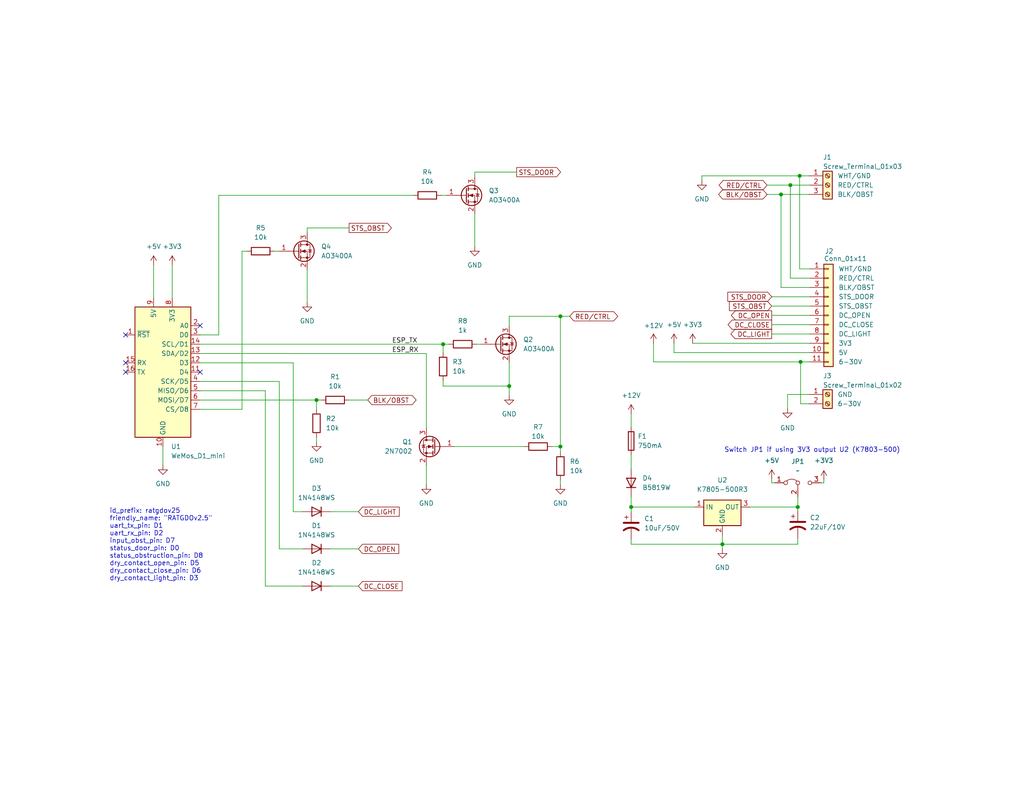
<source format=kicad_sch>
(kicad_sch (version 20230121) (generator eeschema)
  (paper "USLetter")
  (title_block (title "RAT-RATGDO TUBEZ ESP8266") (date "2023-11-16") (rev "2.5.0") (company "T Fox"))
  (lib_symbols
    (symbol "Connector:Screw_Terminal_01x02" (pin_names (offset 4))
      (property "Reference" "J3" (at -1.27 5.08 0))
      (property "Value" "Screw_Terminal_01x02" (at -1.27 2.54 0))
      (symbol "Screw_Terminal_01x02_1_1"
        (rectangle (start -1.27 1.27) (end 1.27 -3.81) (stroke (width 0.254)) (fill (type background)))
        (circle (center 0 -2.54) (radius 0.635) (stroke (width 0.1524)))
        (polyline (pts (xy -0.5334 -2.2098) (xy 0.3302 -3.048)) (stroke (width 0.1524)))
        (polyline (pts (xy -0.5334 0.3302) (xy 0.3302 -0.508)) (stroke (width 0.1524)))
        (polyline (pts (xy -0.3556 -2.032) (xy 0.508 -2.8702)) (stroke (width 0.1524)))
        (polyline (pts (xy -0.3556 0.508) (xy 0.508 -0.3302)) (stroke (width 0.1524)))
        (circle (center 0 0) (radius 0.635) (stroke (width 0.1524)))
        (pin power_in line (at -5.08 0 0) (length 3.81) (name "GND") (number "1"))
        (pin power_in line (at -5.08 -2.54 0) (length 3.81) (name "6-30V") (number "2"))
      )
    )
    (symbol "Connector:Screw_Terminal_01x03" (pin_names (offset 4))
      (property "Reference" "J1" (at -1.27 7.62 0))
      (property "Value" "Screw_Terminal_01x03" (at -1.27 5.08 0))
      (symbol "Screw_Terminal_01x03_1_1"
        (rectangle (start -1.27 3.81) (end 1.27 -3.81) (stroke (width 0.254)) (fill (type background)))
        (circle (center 0 -2.54) (radius 0.635) (stroke (width 0.1524)))
        (polyline (pts (xy -0.5334 -2.2098) (xy 0.3302 -3.048)) (stroke (width 0.1524)))
        (polyline (pts (xy -0.5334 0.3302) (xy 0.3302 -0.508)) (stroke (width 0.1524)))
        (polyline (pts (xy -0.5334 2.8702) (xy 0.3302 2.032)) (stroke (width 0.1524)))
        (polyline (pts (xy -0.3556 -2.032) (xy 0.508 -2.8702)) (stroke (width 0.1524)))
        (polyline (pts (xy -0.3556 0.508) (xy 0.508 -0.3302)) (stroke (width 0.1524)))
        (polyline (pts (xy -0.3556 3.048) (xy 0.508 2.2098)) (stroke (width 0.1524)))
        (circle (center 0 0) (radius 0.635) (stroke (width 0.1524)))
        (circle (center 0 2.54) (radius 0.635) (stroke (width 0.1524)))
        (pin passive line (at -5.08 2.54 0) (length 3.81) (name "WHT/GND") (number "1"))
        (pin passive line (at -5.08 0 0) (length 3.81) (name "RED/CTRL") (number "2"))
        (pin passive line (at -5.08 -2.54 0) (length 3.81) (name "BLK/OBST") (number "3"))
      )
    )
    (symbol "Connector_Generic:Conn_01x11" (pin_names (offset 4))
      (property "Reference" "J2" (at -1.016 17.526 0))
      (property "Value" "Conn_01x11" (at -1.27 15.494 0))
      (symbol "Conn_01x11_1_1"
        (rectangle (start -1.27 -12.573) (end 0 -12.827) (stroke (width 0.1524)))
        (rectangle (start -1.27 -10.033) (end 0 -10.287) (stroke (width 0.1524)))
        (rectangle (start -1.27 -7.493) (end 0 -7.747) (stroke (width 0.1524)))
        (rectangle (start -1.27 -4.953) (end 0 -5.207) (stroke (width 0.1524)))
        (rectangle (start -1.27 -2.413) (end 0 -2.667) (stroke (width 0.1524)))
        (rectangle (start -1.27 0.127) (end 0 -0.127) (stroke (width 0.1524)))
        (rectangle (start -1.27 2.667) (end 0 2.413) (stroke (width 0.1524)))
        (rectangle (start -1.27 5.207) (end 0 4.953) (stroke (width 0.1524)))
        (rectangle (start -1.27 7.747) (end 0 7.493) (stroke (width 0.1524)))
        (rectangle (start -1.27 10.287) (end 0 10.033) (stroke (width 0.1524)))
        (rectangle (start -1.27 12.827) (end 0 12.573) (stroke (width 0.1524)))
        (rectangle (start -1.27 13.97) (end 1.27 -13.97) (stroke (width 0.254)) (fill (type background)))
        (pin passive line (at -5.08 12.7 0) (length 3.81) (name "WHT/GND") (number "1"))
        (pin passive line (at -5.08 -10.16 0) (length 3.81) (name "5V") (number "10"))
        (pin passive line (at -5.08 -12.7 0) (length 3.81) (name "6-30V") (number "11"))
        (pin passive line (at -5.08 10.16 0) (length 3.81) (name "RED/CTRL") (number "2"))
        (pin passive line (at -5.08 7.62 0) (length 3.81) (name "BLK/OBST") (number "3"))
        (pin passive line (at -5.08 5.08 0) (length 3.81) (name "STS_DOOR") (number "4"))
        (pin passive line (at -5.08 2.54 0) (length 3.81) (name "STS_OBST") (number "5"))
        (pin passive line (at -5.08 0 0) (length 3.81) (name "DC_OPEN") (number "6"))
        (pin passive line (at -5.08 -2.54 0) (length 3.81) (name "DC_CLOSE") (number "7"))
        (pin passive line (at -5.08 -5.08 0) (length 3.81) (name "DC_LIGHT") (number "8"))
        (pin passive line (at -5.08 -7.62 0) (length 3.81) (name "3V3") (number "9"))
      )
    )
    (symbol "Converter_DCDC:OKI-78SR-5_1.5-W36-C"
      (property "Reference" "U2" (at 0 7.366 0))
      (property "Value" "K7805-500R3" (at 0 4.826 0))
      (symbol "OKI-78SR-5_1.5-W36-C_0_1"
        (rectangle (start -5.08 1.905) (end 5.08 -5.08) (stroke (width 0.254)) (fill (type background)))
      )
      (symbol "OKI-78SR-5_1.5-W36-C_1_1"
        (pin power_in line (at -7.62 0 0) (length 2.54) (name "IN") (number "1"))
        (pin power_in line (at 0 -7.62 90) (length 2.54) (name "GND") (number "2"))
        (pin power_out line (at 7.62 0 180) (length 2.54) (name "OUT") (number "3"))
      )
    )
    (symbol "Device:C_Polarized_US" (pin_numbers hide) (pin_names (offset 0.254) hide)
      (property "Reference" "C" (at 0.635 2.54 0))
      (property "Value" "C_Polarized_US" (at 0.635 -2.54 0))
      (symbol "C_Polarized_US_0_1"
        (polyline (pts (xy -2.032 0.762) (xy 2.032 0.762)) (stroke (width 0.508)))
        (polyline (pts (xy -1.778 2.286) (xy -0.762 2.286)))
        (polyline (pts (xy -1.27 1.778) (xy -1.27 2.794)))
        (arc (start 2.032 -1.27) (mid 0 -0.5572) (end -2.032 -1.27) (stroke (width 0.508)))
      )
      (symbol "C_Polarized_US_1_1"
        (pin passive line (at 0 3.81 270) (length 2.794) (name "~") (number "1"))
        (pin passive line (at 0 -3.81 90) (length 3.302) (name "~") (number "2"))
      )
    )
    (symbol "Device:Fuse" (pin_numbers hide) (pin_names (offset 0))
      (property "Reference" "F" (at 2.032 0 90))
      (property "Value" "Fuse" (at -1.905 0 90))
      (symbol "Fuse_0_1"
        (rectangle (start -0.762 -2.54) (end 0.762 2.54) (stroke (width 0.254)))
        (polyline (pts (xy 0 2.54) (xy 0 -2.54)))
      )
      (symbol "Fuse_1_1"
        (pin passive line (at 0 3.81 270) (length 1.27) (name "~") (number "1"))
        (pin passive line (at 0 -3.81 90) (length 1.27) (name "~") (number "2"))
      )
    )
    (symbol "Device:R" (pin_numbers hide) (pin_names (offset 0))
      (property "Reference" "R" (at 2.032 0 90))
      (property "Value" "R" (at 0 0 90))
      (symbol "R_0_1"
        (rectangle (start -1.016 -2.54) (end 1.016 2.54) (stroke (width 0.254)))
      )
      (symbol "R_1_1"
        (pin passive line (at 0 3.81 270) (length 1.27) (name "~") (number "1"))
        (pin passive line (at 0 -3.81 90) (length 1.27) (name "~") (number "2"))
      )
    )
    (symbol "Diode:1N4148WS" (pin_numbers hide) (pin_names hide)
      (property "Reference" "D" (at 0 2.54 0))
      (property "Value" "1N4148WS" (at 0 -2.54 0))
      (symbol "1N4148WS_0_1"
        (polyline (pts (xy -1.27 1.27) (xy -1.27 -1.27)) (stroke (width 0.254)))
        (polyline (pts (xy 1.27 0) (xy -1.27 0)))
        (polyline (pts (xy 1.27 1.27) (xy 1.27 -1.27) (xy -1.27 0) (xy 1.27 1.27)) (stroke (width 0.254)))
      )
      (symbol "1N4148WS_1_1"
        (pin passive line (at -3.81 0 0) (length 2.54) (name "K") (number "1"))
        (pin passive line (at 3.81 0 180) (length 2.54) (name "A") (number "2"))
      )
    )
    (symbol "Diode:1N4448WS" (pin_numbers hide) (pin_names hide)
      (property "Reference" "D" (at 0 2.54 0))
      (property "Value" "1N4448WS" (at 0 -2.54 0))
      (symbol "1N4448WS_0_1"
        (polyline (pts (xy -1.27 1.27) (xy -1.27 -1.27)) (stroke (width 0.254)))
        (polyline (pts (xy 1.27 0) (xy -1.27 0)))
        (polyline (pts (xy 1.27 1.27) (xy 1.27 -1.27) (xy -1.27 0) (xy 1.27 1.27)) (stroke (width 0.254)))
      )
      (symbol "1N4448WS_1_1"
        (pin passive line (at -3.81 0 0) (length 2.54) (name "K") (number "1"))
        (pin passive line (at 3.81 0 180) (length 2.54) (name "A") (number "2"))
      )
    )
    (symbol "Jumper:Jumper_3_Bridged12" (pin_names (offset 0) hide)
      (property "Reference" "JP" (at -2.54 -2.54 0))
      (property "Value" "Jumper_3_Bridged12" (at 0 2.794 0))
      (symbol "Jumper_3_Bridged12_0_0"
        (circle (center -3.302 0) (radius 0.508))
        (circle (center 0 0) (radius 0.508))
        (circle (center 3.302 0) (radius 0.508))
      )
      (symbol "Jumper_3_Bridged12_0_1"
        (arc (start -0.254 0.508) (mid -1.651 0.9912) (end -3.048 0.508))
        (polyline (pts (xy 0 -1.27) (xy 0 -0.508)))
      )
      (symbol "Jumper_3_Bridged12_1_1"
        (pin passive line (at -6.35 0 0) (length 2.54) (name "A") (number "1"))
        (pin passive line (at 0 -3.81 90) (length 2.54) (name "C") (number "2"))
        (pin passive line (at 6.35 0 180) (length 2.54) (name "B") (number "3"))
      )
    )
    (symbol "MCU_Module:WeMos_D1_mini"
      (property "Reference" "U1" (at 2.1941 -20.32 0))
      (property "Value" "WeMos_D1_mini" (at 2.1941 -22.86 0))
      (symbol "WeMos_D1_mini_1_1"
        (rectangle (start -7.62 17.78) (end 7.62 -17.78) (stroke (width 0.254)) (fill (type background)))
        (pin input line (at -10.16 10.16 0) (length 2.54) (name "~{RST}") (number "1"))
        (pin power_in line (at 0 -20.32 90) (length 2.54) (name "GND") (number "10"))
        (pin bidirectional line (at 10.16 0 180) (length 2.54) (name "D4") (number "11"))
        (pin bidirectional line (at 10.16 2.54 180) (length 2.54) (name "D3") (number "12"))
        (pin bidirectional line (at 10.16 5.08 180) (length 2.54) (name "SDA/D2") (number "13"))
        (pin bidirectional line (at 10.16 7.62 180) (length 2.54) (name "SCL/D1") (number "14"))
        (pin input line (at -10.16 2.54 0) (length 2.54) (name "RX") (number "15"))
        (pin output line (at -10.16 0 0) (length 2.54) (name "TX") (number "16"))
        (pin input line (at 10.16 12.7 180) (length 2.54) (name "A0") (number "2"))
        (pin bidirectional line (at 10.16 10.16 180) (length 2.54) (name "D0") (number "3"))
        (pin bidirectional line (at 10.16 -2.54 180) (length 2.54) (name "SCK/D5") (number "4"))
        (pin bidirectional line (at 10.16 -5.08 180) (length 2.54) (name "MISO/D6") (number "5"))
        (pin bidirectional line (at 10.16 -7.62 180) (length 2.54) (name "MOSI/D7") (number "6"))
        (pin bidirectional line (at 10.16 -10.16 180) (length 2.54) (name "CS/D8") (number "7"))
        (pin power_out line (at 2.54 20.32 270) (length 2.54) (name "3V3") (number "8"))
        (pin power_in line (at -2.54 20.32 270) (length 2.54) (name "5V") (number "9"))
      )
    )
    (symbol "Transistor_FET:2N7002" (pin_names hide)
      (property "Reference" "Q" (at 5.08 1.905 0))
      (property "Value" "2N7002" (at 5.08 0 0))
      (symbol "2N7002_0_1"
        (polyline (pts (xy 0.254 0) (xy -2.54 0)))
        (polyline (pts (xy 0.254 1.905) (xy 0.254 -1.905)) (stroke (width 0.254)))
        (polyline (pts (xy 0.762 -1.27) (xy 0.762 -2.286)) (stroke (width 0.254)))
        (polyline (pts (xy 0.762 0.508) (xy 0.762 -0.508)) (stroke (width 0.254)))
        (polyline (pts (xy 0.762 2.286) (xy 0.762 1.27)) (stroke (width 0.254)))
        (polyline (pts (xy 2.54 2.54) (xy 2.54 1.778)))
        (polyline (pts (xy 2.54 -2.54) (xy 2.54 0) (xy 0.762 0)))
        (polyline (pts (xy 0.762 -1.778) (xy 3.302 -1.778) (xy 3.302 1.778) (xy 0.762 1.778)))
        (polyline (pts (xy 1.016 0) (xy 2.032 0.381) (xy 2.032 -0.381) (xy 1.016 0)) (fill (type outline)))
        (polyline (pts (xy 2.794 0.508) (xy 2.921 0.381) (xy 3.683 0.381) (xy 3.81 0.254)))
        (polyline (pts (xy 3.302 0.381) (xy 2.921 -0.254) (xy 3.683 -0.254) (xy 3.302 0.381)))
        (circle (center 1.651 0) (radius 2.794) (stroke (width 0.254)))
        (circle (center 2.54 -1.778) (radius 0.254) (fill (type outline)))
        (circle (center 2.54 1.778) (radius 0.254) (fill (type outline)))
      )
      (symbol "2N7002_1_1"
        (pin input line (at -5.08 0 0) (length 2.54) (name "G") (number "1"))
        (pin passive line (at 2.54 -5.08 90) (length 2.54) (name "S") (number "2"))
        (pin passive line (at 2.54 5.08 270) (length 2.54) (name "D") (number "3"))
      )
    )
    (symbol "Transistor_FET:AO3400A" (pin_names hide)
      (property "Reference" "Q" (at 5.08 1.905 0))
      (property "Value" "AO3400A" (at 5.08 0 0))
      (symbol "AO3400A_0_1"
        (polyline (pts (xy 0.254 0) (xy -2.54 0)))
        (polyline (pts (xy 0.254 1.905) (xy 0.254 -1.905)) (stroke (width 0.254)))
        (polyline (pts (xy 0.762 -1.27) (xy 0.762 -2.286)) (stroke (width 0.254)))
        (polyline (pts (xy 0.762 0.508) (xy 0.762 -0.508)) (stroke (width 0.254)))
        (polyline (pts (xy 0.762 2.286) (xy 0.762 1.27)) (stroke (width 0.254)))
        (polyline (pts (xy 2.54 2.54) (xy 2.54 1.778)))
        (polyline (pts (xy 2.54 -2.54) (xy 2.54 0) (xy 0.762 0)))
        (polyline (pts (xy 0.762 -1.778) (xy 3.302 -1.778) (xy 3.302 1.778) (xy 0.762 1.778)))
        (polyline (pts (xy 1.016 0) (xy 2.032 0.381) (xy 2.032 -0.381) (xy 1.016 0)) (fill (type outline)))
        (polyline (pts (xy 2.794 0.508) (xy 2.921 0.381) (xy 3.683 0.381) (xy 3.81 0.254)))
        (polyline (pts (xy 3.302 0.381) (xy 2.921 -0.254) (xy 3.683 -0.254) (xy 3.302 0.381)))
        (circle (center 1.651 0) (radius 2.794) (stroke (width 0.254)))
        (circle (center 2.54 -1.778) (radius 0.254) (fill (type outline)))
        (circle (center 2.54 1.778) (radius 0.254) (fill (type outline)))
      )
      (symbol "AO3400A_1_1"
        (pin input line (at -5.08 0 0) (length 2.54) (name "G") (number "1"))
        (pin passive line (at 2.54 -5.08 90) (length 2.54) (name "S") (number "2"))
        (pin passive line (at 2.54 5.08 270) (length 2.54) (name "D") (number "3"))
      )
    )
    (symbol "power:+12V" (power) (pin_names (offset 0))
      (property "Value" "+12V" (at 0 3.556 0))
      (symbol "+12V_0_1"
        (polyline (pts (xy -0.762 1.27) (xy 0 2.54)))
        (polyline (pts (xy 0 0) (xy 0 2.54)))
        (polyline (pts (xy 0 2.54) (xy 0.762 1.27)))
      )
      (symbol "+12V_1_1"
        (pin power_in line (at 0 0 90) (length 0) hide (name "+12V") (number "1"))
      )
    )
    (symbol "power:+3V3" (power) (pin_names (offset 0))
      (property "Value" "+3V3" (at 0 3.556 0))
      (symbol "+3V3_0_1"
        (polyline (pts (xy -0.762 1.27) (xy 0 2.54)))
        (polyline (pts (xy 0 0) (xy 0 2.54)))
        (polyline (pts (xy 0 2.54) (xy 0.762 1.27)))
      )
      (symbol "+3V3_1_1"
        (pin power_in line (at 0 0 90) (length 0) hide (name "+3V3") (number "1"))
      )
    )
    (symbol "power:+5V" (power) (pin_names (offset 0))
      (property "Value" "+5V" (at 0 3.556 0))
      (symbol "+5V_0_1"
        (polyline (pts (xy -0.762 1.27) (xy 0 2.54)))
        (polyline (pts (xy 0 0) (xy 0 2.54)))
        (polyline (pts (xy 0 2.54) (xy 0.762 1.27)))
      )
      (symbol "+5V_1_1"
        (pin power_in line (at 0 0 90) (length 0) hide (name "+5V") (number "1"))
      )
    )
    (symbol "power:GND" (power) (pin_names (offset 0))
      (property "Value" "GND" (at 0 -3.81 0))
      (symbol "GND_0_1"
        (polyline (pts (xy 0 0) (xy 0 -1.27) (xy 1.27 -1.27) (xy 0 -2.54) (xy -1.27 -1.27) (xy 0 -1.27)))
      )
      (symbol "GND_1_1"
        (pin power_in line (at 0 0 270) (length 0) hide (name "GND") (number "1"))
      )
    )
  )
  (junction (at 152.908 86.36))
  (junction (at 138.938 105.41))
  (junction (at 152.908 121.92))
  (junction (at 218.186 48.006))
  (junction (at 215.646 50.546))
  (junction (at 172.212 138.43))
  (junction (at 86.36 109.22))
  (junction (at 120.904 93.98))
  (junction (at 217.678 138.43))
  (junction (at 213.106 53.086))
  (junction (at 218.44 98.806))
  (junction (at 197.104 148.59))
  (no_connect (at 34.29 91.44))
  (no_connect (at 54.61 88.9))
  (no_connect (at 54.61 101.6))
  (no_connect (at 34.29 101.6))
  (no_connect (at 34.29 99.06))
  (wire (pts (xy 130.048 93.98) (xy 131.318 93.98)))
  (wire (pts (xy 172.212 139.7) (xy 172.212 138.43)))
  (wire (pts (xy 220.98 73.406) (xy 218.186 73.406)))
  (wire (pts (xy 66.04 111.76) (xy 66.04 68.58)))
  (wire (pts (xy 210.566 130.81) (xy 210.566 131.826)))
  (wire (pts (xy 218.44 98.806) (xy 178.308 98.806)))
  (wire (pts (xy 138.938 99.06) (xy 138.938 105.41)))
  (wire (pts (xy 120.904 93.98) (xy 122.428 93.98)))
  (wire (pts (xy 123.952 121.92) (xy 143.002 121.92)))
  (wire (pts (xy 215.646 50.546) (xy 220.726 50.546)))
  (wire (pts (xy 172.212 148.59) (xy 197.104 148.59)))
  (wire (pts (xy 150.622 121.92) (xy 152.908 121.92)))
  (wire (pts (xy 83.82 62.23) (xy 95.25 62.23)))
  (wire (pts (xy 224.79 131.064) (xy 224.79 131.826)))
  (wire (pts (xy 120.396 53.34) (xy 121.92 53.34)))
  (wire (pts (xy 59.69 53.34) (xy 112.776 53.34)))
  (wire (pts (xy 209.296 50.546) (xy 215.646 50.546)))
  (wire (pts (xy 129.54 46.99) (xy 140.97 46.99)))
  (wire (pts (xy 217.678 135.636) (xy 217.678 138.43)))
  (wire (pts (xy 120.904 105.41) (xy 138.938 105.41)))
  (wire (pts (xy 72.39 160.02) (xy 82.55 160.02)))
  (wire (pts (xy 90.17 149.86) (xy 97.79 149.86)))
  (wire (pts (xy 120.904 96.266) (xy 120.904 93.98)))
  (wire (pts (xy 116.332 96.52) (xy 116.332 116.84)))
  (wire (pts (xy 210.566 83.566) (xy 220.98 83.566)))
  (wire (pts (xy 210.566 86.106) (xy 220.98 86.106)))
  (wire (pts (xy 66.04 111.76) (xy 54.61 111.76)))
  (wire (pts (xy 213.106 78.486) (xy 213.106 53.086)))
  (wire (pts (xy 138.938 105.41) (xy 138.938 107.95)))
  (wire (pts (xy 87.63 109.22) (xy 86.36 109.22)))
  (wire (pts (xy 204.724 138.43) (xy 217.678 138.43)))
  (wire (pts (xy 220.726 110.236) (xy 218.44 110.236)))
  (wire (pts (xy 90.17 160.02) (xy 97.79 160.02)))
  (wire (pts (xy 152.908 121.92) (xy 152.908 123.444)))
  (wire (pts (xy 66.04 68.58) (xy 67.31 68.58)))
  (wire (pts (xy 54.61 109.22) (xy 86.36 109.22)))
  (wire (pts (xy 197.104 146.05) (xy 197.104 148.59)))
  (wire (pts (xy 209.296 53.086) (xy 213.106 53.086)))
  (wire (pts (xy 138.938 86.36) (xy 138.938 88.9)))
  (wire (pts (xy 54.61 93.98) (xy 120.904 93.98)))
  (wire (pts (xy 95.25 109.22) (xy 100.33 109.22)))
  (wire (pts (xy 178.308 93.726) (xy 178.308 98.806)))
  (wire (pts (xy 191.516 48.006) (xy 218.186 48.006)))
  (wire (pts (xy 74.93 68.58) (xy 76.2 68.58)))
  (wire (pts (xy 210.566 88.646) (xy 220.98 88.646)))
  (wire (pts (xy 152.908 86.36) (xy 152.908 121.92)))
  (wire (pts (xy 220.726 48.006) (xy 218.186 48.006)))
  (wire (pts (xy 215.646 75.946) (xy 220.98 75.946)))
  (wire (pts (xy 210.566 81.026) (xy 220.98 81.026)))
  (wire (pts (xy 183.896 96.266) (xy 220.98 96.266)))
  (wire (pts (xy 80.01 99.06) (xy 80.01 139.7)))
  (wire (pts (xy 197.104 148.59) (xy 197.104 149.86)))
  (wire (pts (xy 217.678 138.43) (xy 217.678 139.446)))
  (wire (pts (xy 218.44 110.236) (xy 218.44 98.806)))
  (wire (pts (xy 220.98 98.806) (xy 218.44 98.806)))
  (wire (pts (xy 213.106 78.486) (xy 220.98 78.486)))
  (wire (pts (xy 152.908 131.064) (xy 152.908 132.334)))
  (wire (pts (xy 210.566 91.186) (xy 220.98 91.186)))
  (wire (pts (xy 90.17 139.7) (xy 97.79 139.7)))
  (wire (pts (xy 215.646 75.946) (xy 215.646 50.546)))
  (wire (pts (xy 188.976 93.726) (xy 220.98 93.726)))
  (wire (pts (xy 54.61 96.52) (xy 116.332 96.52)))
  (wire (pts (xy 116.332 127) (xy 116.332 132.334)))
  (wire (pts (xy 172.212 113.03) (xy 172.212 116.586)))
  (wire (pts (xy 80.01 139.7) (xy 82.55 139.7)))
  (wire (pts (xy 54.61 106.68) (xy 72.39 106.68)))
  (wire (pts (xy 72.39 106.68) (xy 72.39 160.02)))
  (wire (pts (xy 129.54 58.42) (xy 129.54 67.31)))
  (wire (pts (xy 152.908 86.36) (xy 155.448 86.36)))
  (wire (pts (xy 76.2 104.14) (xy 76.2 149.86)))
  (wire (pts (xy 54.61 104.14) (xy 76.2 104.14)))
  (wire (pts (xy 83.82 62.23) (xy 83.82 63.5)))
  (wire (pts (xy 211.328 131.826) (xy 210.566 131.826)))
  (wire (pts (xy 59.69 91.44) (xy 59.69 53.34)))
  (wire (pts (xy 46.99 72.39) (xy 46.99 81.28)))
  (wire (pts (xy 54.61 99.06) (xy 80.01 99.06)))
  (wire (pts (xy 214.884 107.696) (xy 214.884 111.506)))
  (wire (pts (xy 138.938 86.36) (xy 152.908 86.36)))
  (wire (pts (xy 172.212 124.206) (xy 172.212 128.016)))
  (wire (pts (xy 217.678 147.066) (xy 217.678 148.59)))
  (wire (pts (xy 224.79 131.826) (xy 224.028 131.826)))
  (wire (pts (xy 86.36 119.38) (xy 86.36 120.65)))
  (wire (pts (xy 76.2 149.86) (xy 82.55 149.86)))
  (wire (pts (xy 120.904 103.886) (xy 120.904 105.41)))
  (wire (pts (xy 129.54 46.99) (xy 129.54 48.26)))
  (wire (pts (xy 191.516 48.006) (xy 191.516 49.276)))
  (wire (pts (xy 44.45 121.92) (xy 44.45 127)))
  (wire (pts (xy 218.186 48.006) (xy 218.186 73.406)))
  (wire (pts (xy 217.678 148.59) (xy 197.104 148.59)))
  (wire (pts (xy 172.212 138.43) (xy 189.484 138.43)))
  (wire (pts (xy 183.896 96.266) (xy 183.896 93.726)))
  (wire (pts (xy 172.212 135.636) (xy 172.212 138.43)))
  (wire (pts (xy 213.106 53.086) (xy 220.726 53.086)))
  (wire (pts (xy 172.212 147.32) (xy 172.212 148.59)))
  (wire (pts (xy 54.61 91.44) (xy 59.69 91.44)))
  (wire (pts (xy 41.91 72.39) (xy 41.91 81.28)))
  (wire (pts (xy 83.82 73.66) (xy 83.82 82.55)))
  (wire (pts (xy 214.884 107.696) (xy 220.726 107.696)))
  (wire (pts (xy 86.36 109.22) (xy 86.36 111.76)))
  (text "Switch JP1 if using 3V3 output U2 (K7803-500)" (at 197.612 123.698 0) (effects (font (size 1.27 1.27)) (justify left bottom)))
  (text "  id_prefix: ratgdov25\n  friendly_name: \"RATGDOv2.5\"\n  uart_tx_pin: D1\n  uart_rx_pin: D2\n  input_obst_pin: D7\n  status_door_pin: D0\n  status_obstruction_pin: D8\n  dry_contact_open_pin: D5\n  dry_contact_close_pin: D6\n  dry_contact_light_pin: D3" (at 27.94 158.75 0) (effects (font (size 1.27 1.27)) (justify left bottom)))
  (label "ESP_TX" (at 106.934 93.98 0))
  (label "ESP_RX" (at 106.934 96.52 0))
  (global_label "STS_DOOR" (shape input) (at 210.566 81.026 180) (property "Intersheetrefs" "${INTERSHEET_REFS}" (effects hide)))
  (global_label "DC_CLOSE" (shape input) (at 97.79 160.02 0) (property "Intersheetrefs" "${INTERSHEET_REFS}" (effects hide)))
  (global_label "STS_OBST" (shape output) (at 95.25 62.23 0) (property "Intersheetrefs" "${INTERSHEET_REFS}" (effects hide)))
  (global_label "DC_OPEN" (shape input) (at 97.79 149.86 0) (property "Intersheetrefs" "${INTERSHEET_REFS}" (effects hide)))
  (global_label "STS_OBST" (shape input) (at 210.566 83.566 180) (property "Intersheetrefs" "${INTERSHEET_REFS}" (effects hide)))
  (global_label "STS_DOOR" (shape output) (at 140.97 46.99 0) (property "Intersheetrefs" "${INTERSHEET_REFS}" (effects hide)))
  (global_label "DC_CLOSE" (shape output) (at 210.566 88.646 180) (property "Intersheetrefs" "${INTERSHEET_REFS}" (effects hide)))
  (global_label "DC_LIGHT" (shape output) (at 210.566 91.186 180) (property "Intersheetrefs" "${INTERSHEET_REFS}" (effects hide)))
  (global_label "RED{slash}CTRL" (shape bidirectional) (at 209.296 50.546 180) (property "Intersheetrefs" "${INTERSHEET_REFS}" (effects hide)))
  (global_label "BLK{slash}OBST" (shape bidirectional) (at 100.33 109.22 0) (property "Intersheetrefs" "${INTERSHEET_REFS}" (effects hide)))
  (global_label "DC_OPEN" (shape output) (at 210.566 86.106 180) (property "Intersheetrefs" "${INTERSHEET_REFS}" (effects hide)))
  (global_label "RED{slash}CTRL" (shape bidirectional) (at 155.448 86.36 0) (property "Intersheetrefs" "${INTERSHEET_REFS}" (effects hide)))
  (global_label "BLK{slash}OBST" (shape bidirectional) (at 209.296 53.086 180) (property "Intersheetrefs" "${INTERSHEET_REFS}" (effects hide)))
  (global_label "DC_LIGHT" (shape input) (at 97.79 139.7 0) (property "Intersheetrefs" "${INTERSHEET_REFS}" (effects hide)))
  (symbol (lib_id "Device:C_Polarized_US") (at 217.678 143.256 0) (unit 1)
    (property "Reference" "C2" (at 220.98 141.351 0) (effects (justify left)))
    (property "Value" "22uF/10V" (at 220.98 143.891 0) (effects (justify left)))
    (property "Footprint" "Capacitor_SMD:C_0805_2012Metric_Pad1.18x1.45mm_HandSolder" (effects hide))
  )
  (symbol (lib_id "power:GND") (at 86.36 120.65 0) (unit 1)
    (property "Reference" "#PWR05" (effects hide))
    (property "Value" "GND" (at 86.36 125.73 0))
  )
  (symbol (lib_id "Device:R") (at 146.812 121.92 270) (unit 1)
    (property "Reference" "R7" (at 146.812 116.586 90))
    (property "Value" "10k" (at 146.812 119.126 90))
    (property "Footprint" "Resistor_SMD:R_0805_2012Metric_Pad1.20x1.40mm_HandSolder" (effects hide))
  )
  (symbol (lib_id "power:+3V3") (at 46.99 72.39 0) (unit 1)
    (property "Reference" "#PWR02" (effects hide))
    (property "Value" "+3V3" (at 46.99 67.31 0))
  )
  (symbol (lib_id "power:+5V") (at 41.91 72.39 0) (unit 1)
    (property "Reference" "#PWR03" (effects hide))
    (property "Value" "+5V" (at 41.91 67.31 0))
  )
  (symbol (lib_id "Device:R") (at 71.12 68.58 90) (unit 1)
    (property "Reference" "R5" (at 71.12 62.23 90))
    (property "Value" "10k" (at 71.12 64.77 90))
    (property "Footprint" "Resistor_SMD:R_0805_2012Metric_Pad1.20x1.40mm_HandSolder" (effects hide))
  )
  (symbol (lib_id "Device:R") (at 120.904 100.076 0) (unit 1)
    (property "Reference" "R3" (at 123.444 98.806 0) (effects (justify left)))
    (property "Value" "10k" (at 123.444 101.346 0) (effects (justify left)))
    (property "Footprint" "Resistor_SMD:R_0805_2012Metric_Pad1.20x1.40mm_HandSolder" (effects hide))
  )
  (symbol (lib_id "Device:C_Polarized_US") (at 172.212 143.51 0) (unit 1)
    (property "Reference" "C1" (at 175.768 141.605 0) (effects (justify left)))
    (property "Value" "10uF/50V" (at 175.768 144.145 0) (effects (justify left)))
    (property "Footprint" "Capacitor_SMD:C_0805_2012Metric_Pad1.18x1.45mm_HandSolder" (effects hide))
  )
  (symbol (lib_id "MCU_Module:WeMos_D1_mini") (at 44.45 101.6 0) (unit 1)
    (property "Reference" "U1" (at 46.6441 121.92 0) (effects (justify left)))
    (property "Value" "WeMos_D1_mini" (at 46.6441 124.46 0) (effects (justify left)))
    (property "Footprint" "Module:WEMOS_D1_mini_light" (effects hide))
    (property "Datasheet" "https://wiki.wemos.cc/products:d1:d1_mini#documentation" (effects hide))
  )
  (symbol (lib_id "Diode:1N4448WS") (at 172.212 131.826 90) (unit 1)
    (property "Reference" "D4" (at 175.26 130.556 90) (effects (justify right)))
    (property "Value" "B5819W" (at 175.26 133.096 90) (effects (justify right)))
    (property "Footprint" "Diode_SMD:D_SOD-123" (effects hide))
    (property "Datasheet" "https://www.mccsemi.com/pdf/Products/B5817W-B5819W(SOD-123).pdf" (effects hide))
    (property "Sim.Device" "D" (effects hide))
    (property "Sim.Pins" "1=K 2=A" (effects hide))
  )
  (symbol (lib_id "power:+5V") (at 183.896 93.726 0) (unit 1)
    (property "Reference" "#PWR011" (effects hide))
    (property "Value" "+5V" (at 183.896 88.646 0))
  )
  (symbol (lib_id "Connector:Screw_Terminal_01x03") (at 225.806 50.546 0) (unit 1)
    (property "Reference" "J1" (at 224.536 42.926 0) (effects (justify left)))
    (property "Value" "Screw_Terminal_01x03" (at 224.536 45.466 0) (effects (justify left)))
    (property "Footprint" "TerminalBlock_Phoenix:TerminalBlock_Phoenix_MKDS-1,5-3_1x03_P5.00mm_Horizontal" (effects hide))
  )
  (symbol (lib_id "Converter_DCDC:OKI-78SR-5_1.5-W36-C") (at 197.104 138.43 0) (unit 1)
    (property "Reference" "U2" (at 197.104 131.064 0))
    (property "Value" "K7805-500R3" (at 197.104 133.604 0))
    (property "Footprint" "Converter_DCDC:Converter_DCDC_RECOM_R-78HB-0.5_THT" (effects hide))
    (property "Datasheet" "https://www.mornsun-power.com/html/pdf/K7805-500R3.html" (effects hide))
  )
  (symbol (lib_id "Diode:1N4148WS") (at 86.36 160.02 0) (mirror y) (unit 1)
    (property "Reference" "D2" (at 86.36 153.67 0))
    (property "Value" "1N4148WS" (at 86.36 156.21 0))
    (property "Footprint" "Diode_SMD:D_SOD-323_HandSoldering" (effects hide))
    (property "Datasheet" "https://www.vishay.com/docs/85751/1n4148ws.pdf" (effects hide))
    (property "Sim.Device" "D" (effects hide))
    (property "Sim.Pins" "1=K 2=A" (effects hide))
  )
  (symbol (lib_id "Device:R") (at 126.238 93.98 270) (unit 1)
    (property "Reference" "R8" (at 126.238 87.63 90))
    (property "Value" "1k" (at 126.238 90.17 90))
    (property "Footprint" "Resistor_SMD:R_0805_2012Metric_Pad1.20x1.40mm_HandSolder" (effects hide))
  )
  (symbol (lib_id "power:GND") (at 129.54 67.31 0) (unit 1)
    (property "Reference" "#PWR06" (effects hide))
    (property "Value" "GND" (at 129.54 72.39 0))
  )
  (symbol (lib_id "Device:Fuse") (at 172.212 120.396 0) (unit 1)
    (property "Reference" "F1" (at 173.99 119.126 0) (effects (justify left)))
    (property "Value" "750mA" (at 173.99 121.666 0) (effects (justify left)))
    (property "Footprint" "Fuse:Fuse_1206_3216Metric_Pad1.42x1.75mm_HandSolder" (effects hide))
  )
  (symbol (lib_id "Jumper:Jumper_3_Bridged12") (at 217.678 131.826 0) (unit 1)
    (property "Reference" "JP1" (at 217.678 125.984 0))
    (property "Value" "~" (at 217.678 128.524 0))
    (property "Footprint" "Custom Library:SolderJumper-3_P1.3mm_Bridged2Bar12_RoundedPad1.0x1.5mm_voltjump" (effects hide))
  )
  (symbol (lib_id "Device:R") (at 86.36 115.57 0) (unit 1)
    (property "Reference" "R2" (at 88.9 114.3 0) (effects (justify left)))
    (property "Value" "10k" (at 88.9 116.84 0) (effects (justify left)))
    (property "Footprint" "Resistor_SMD:R_0805_2012Metric_Pad1.20x1.40mm_HandSolder" (effects hide))
  )
  (symbol (lib_id "Diode:1N4148WS") (at 86.36 149.86 0) (mirror y) (unit 1)
    (property "Reference" "D1" (at 86.36 143.51 0))
    (property "Value" "1N4148WS" (at 86.36 146.05 0))
    (property "Footprint" "Diode_SMD:D_SOD-323_HandSoldering" (effects hide))
    (property "Datasheet" "https://www.vishay.com/docs/85751/1n4148ws.pdf" (effects hide))
    (property "Sim.Device" "D" (effects hide))
    (property "Sim.Pins" "1=K 2=A" (effects hide))
  )
  (symbol (lib_id "power:+3V3") (at 224.79 131.064 0) (unit 1)
    (property "Reference" "#PWR018" (effects hide))
    (property "Value" "+3V3" (at 224.79 125.73 0))
  )
  (symbol (lib_id "power:GND") (at 138.938 107.95 0) (unit 1)
    (property "Reference" "#PWR07" (effects hide))
    (property "Value" "GND" (at 138.938 113.03 0))
  )
  (symbol (lib_id "Device:R") (at 116.586 53.34 90) (unit 1)
    (property "Reference" "R4" (at 116.586 46.99 90))
    (property "Value" "10k" (at 116.586 49.53 90))
    (property "Footprint" "Resistor_SMD:R_0805_2012Metric_Pad1.20x1.40mm_HandSolder" (effects hide))
  )
  (symbol (lib_id "power:GND") (at 214.884 111.506 0) (unit 1)
    (property "Reference" "#PWR016" (effects hide))
    (property "Value" "GND" (at 214.884 116.84 0))
  )
  (symbol (lib_id "Connector:Screw_Terminal_01x02") (at 225.806 107.696 0) (unit 1)
    (property "Reference" "J3" (at 224.536 102.616 0) (effects (justify left)))
    (property "Value" "Screw_Terminal_01x02" (at 224.536 105.156 0) (effects (justify left)))
    (property "Footprint" "TerminalBlock_Phoenix:TerminalBlock_Phoenix_MKDS-1,5-2_1x02_P5.00mm_Horizontal" (effects hide))
  )
  (symbol (lib_id "power:GND") (at 191.516 49.276 0) (unit 1)
    (property "Reference" "#PWR01" (effects hide))
    (property "Value" "GND" (at 191.516 54.356 0))
  )
  (symbol (lib_id "Connector_Generic:Conn_01x11") (at 226.06 86.106 0) (unit 1)
    (property "Reference" "J2" (at 225.044 68.58 0) (effects (justify left)))
    (property "Value" "Conn_01x11" (at 224.79 70.612 0) (effects (justify left)))
    (property "Footprint" "Connector_PinHeader_2.54mm:PinHeader_1x11_P2.54mm_Vertical" (effects hide))
  )
  (symbol (lib_id "power:GND") (at 83.82 82.55 0) (unit 1)
    (property "Reference" "#PWR09" (effects hide))
    (property "Value" "GND" (at 83.82 87.63 0))
  )
  (symbol (lib_id "power:+3V3") (at 188.976 93.726 0) (unit 1)
    (property "Reference" "#PWR010" (effects hide))
    (property "Value" "+3V3" (at 188.976 88.646 0))
  )
  (symbol (lib_id "Transistor_FET:AO3400A") (at 127 53.34 0) (unit 1)
    (property "Reference" "Q3" (at 133.35 52.07 0) (effects (justify left)))
    (property "Value" "AO3400A" (at 133.35 54.61 0) (effects (justify left)))
    (property "Footprint" "Package_TO_SOT_SMD:SOT-23_Handsoldering" (effects hide))
    (property "Datasheet" "http://www.aosmd.com/pdfs/datasheet/AO3400A.pdf" (effects hide))
  )
  (symbol (lib_id "Transistor_FET:AO3400A") (at 81.28 68.58 0) (unit 1)
    (property "Reference" "Q4" (at 87.63 67.31 0) (effects (justify left)))
    (property "Value" "AO3400A" (at 87.63 69.85 0) (effects (justify left)))
    (property "Footprint" "Package_TO_SOT_SMD:SOT-23_Handsoldering" (effects hide))
    (property "Datasheet" "http://www.aosmd.com/pdfs/datasheet/AO3400A.pdf" (effects hide))
  )
  (symbol (lib_id "power:GND") (at 197.104 149.86 0) (unit 1)
    (property "Reference" "#PWR012" (effects hide))
    (property "Value" "GND" (at 197.104 154.94 0))
  )
  (symbol (lib_id "Transistor_FET:AO3400A") (at 136.398 93.98 0) (unit 1)
    (property "Reference" "Q2" (at 142.748 92.71 0) (effects (justify left)))
    (property "Value" "AO3400A" (at 142.748 95.25 0) (effects (justify left)))
    (property "Footprint" "Package_TO_SOT_SMD:SOT-23_Handsoldering" (effects hide))
    (property "Datasheet" "http://www.aosmd.com/pdfs/datasheet/AO3400A.pdf" (effects hide))
  )
  (symbol (lib_id "power:GND") (at 44.45 127 0) (unit 1)
    (property "Reference" "#PWR04" (effects hide))
    (property "Value" "GND" (at 44.45 132.08 0))
  )
  (symbol (lib_id "power:GND") (at 152.908 132.334 0) (unit 1)
    (property "Reference" "#PWR017" (effects hide))
    (property "Value" "GND" (at 152.908 137.414 0))
  )
  (symbol (lib_id "power:+12V") (at 172.212 113.03 0) (unit 1)
    (property "Reference" "#PWR013" (effects hide))
    (property "Value" "+12V" (at 172.212 107.95 0))
  )
  (symbol (lib_id "power:GND") (at 116.332 132.334 0) (unit 1)
    (property "Reference" "#PWR08" (effects hide))
    (property "Value" "GND" (at 116.332 137.414 0))
  )
  (symbol (lib_id "Device:R") (at 91.44 109.22 270) (unit 1)
    (property "Reference" "R1" (at 91.44 102.87 90))
    (property "Value" "10k" (at 91.44 105.41 90))
    (property "Footprint" "Resistor_SMD:R_0805_2012Metric_Pad1.20x1.40mm_HandSolder" (effects hide))
  )
  (symbol (lib_id "Device:R") (at 152.908 127.254 0) (unit 1)
    (property "Reference" "R6" (at 155.448 125.984 0) (effects (justify left)))
    (property "Value" "10k" (at 155.448 128.524 0) (effects (justify left)))
    (property "Footprint" "Resistor_SMD:R_0805_2012Metric_Pad1.20x1.40mm_HandSolder" (effects hide))
  )
  (symbol (lib_id "Diode:1N4148WS") (at 86.36 139.7 0) (mirror y) (unit 1)
    (property "Reference" "D3" (at 86.36 133.35 0))
    (property "Value" "1N4148WS" (at 86.36 135.89 0))
    (property "Footprint" "Diode_SMD:D_SOD-323_HandSoldering" (effects hide))
    (property "Datasheet" "https://www.vishay.com/docs/85751/1n4148ws.pdf" (effects hide))
    (property "Sim.Device" "D" (effects hide))
    (property "Sim.Pins" "1=K 2=A" (effects hide))
  )
  (symbol (lib_id "power:+5V") (at 210.566 130.81 0) (unit 1)
    (property "Reference" "#PWR014" (effects hide))
    (property "Value" "+5V" (at 210.566 125.73 0))
  )
  (symbol (lib_id "power:+12V") (at 178.308 93.726 0) (unit 1)
    (property "Reference" "#PWR015" (effects hide))
    (property "Value" "+12V" (at 178.308 88.9 0))
  )
  (symbol (lib_id "Transistor_FET:2N7002") (at 118.872 121.92 0) (mirror y) (unit 1)
    (property "Reference" "Q1" (at 112.522 120.65 0) (effects (justify left)))
    (property "Value" "2N7002" (at 112.522 123.19 0) (effects (justify left)))
    (property "Footprint" "Package_TO_SOT_SMD:SOT-23_Handsoldering" (effects hide))
    (property "Datasheet" "https://www.onsemi.com/pub/Collateral/NDS7002A-D.PDF" (effects hide))
  )
)
</source>
